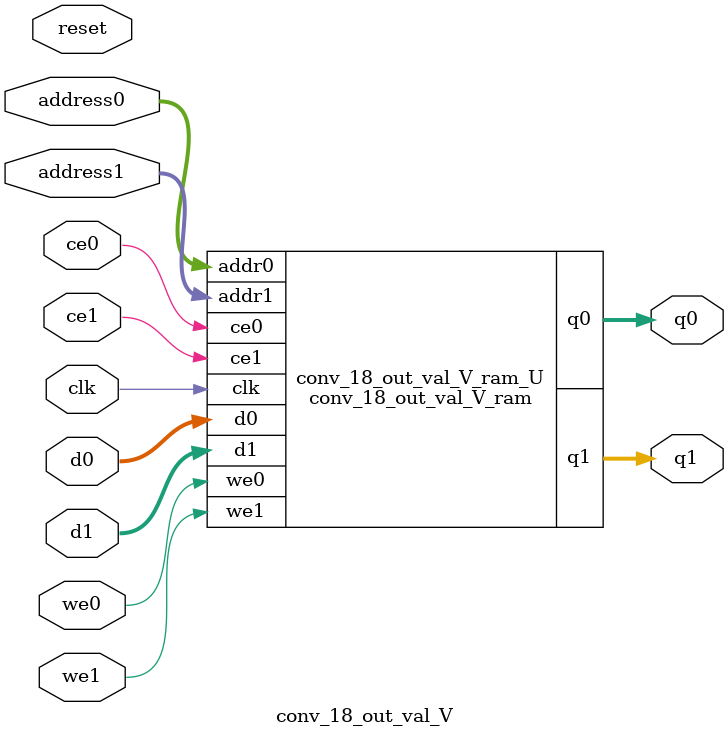
<source format=v>

`timescale 1 ns / 1 ps
module conv_18_out_val_V_ram (addr0, ce0, d0, we0, q0, addr1, ce1, d1, we1, q1,  clk);

parameter DWIDTH = 16;
parameter AWIDTH = 5;
parameter MEM_SIZE = 32;

input[AWIDTH-1:0] addr0;
input ce0;
input[DWIDTH-1:0] d0;
input we0;
output reg[DWIDTH-1:0] q0;
input[AWIDTH-1:0] addr1;
input ce1;
input[DWIDTH-1:0] d1;
input we1;
output reg[DWIDTH-1:0] q1;
input clk;

(* ram_style = "block" *)reg [DWIDTH-1:0] ram[0:MEM_SIZE-1];




always @(posedge clk)  
begin 
    if (ce0) 
    begin
        if (we0) 
        begin 
            ram[addr0] <= d0; 
            q0 <= d0;
        end 
        else 
            q0 <= ram[addr0];
    end
end


always @(posedge clk)  
begin 
    if (ce1) 
    begin
        if (we1) 
        begin 
            ram[addr1] <= d1; 
            q1 <= d1;
        end 
        else 
            q1 <= ram[addr1];
    end
end


endmodule


`timescale 1 ns / 1 ps
module conv_18_out_val_V(
    reset,
    clk,
    address0,
    ce0,
    we0,
    d0,
    q0,
    address1,
    ce1,
    we1,
    d1,
    q1);

parameter DataWidth = 32'd16;
parameter AddressRange = 32'd32;
parameter AddressWidth = 32'd5;
input reset;
input clk;
input[AddressWidth - 1:0] address0;
input ce0;
input we0;
input[DataWidth - 1:0] d0;
output[DataWidth - 1:0] q0;
input[AddressWidth - 1:0] address1;
input ce1;
input we1;
input[DataWidth - 1:0] d1;
output[DataWidth - 1:0] q1;



conv_18_out_val_V_ram conv_18_out_val_V_ram_U(
    .clk( clk ),
    .addr0( address0 ),
    .ce0( ce0 ),
    .d0( d0 ),
    .we0( we0 ),
    .q0( q0 ),
    .addr1( address1 ),
    .ce1( ce1 ),
    .d1( d1 ),
    .we1( we1 ),
    .q1( q1 ));

endmodule


</source>
